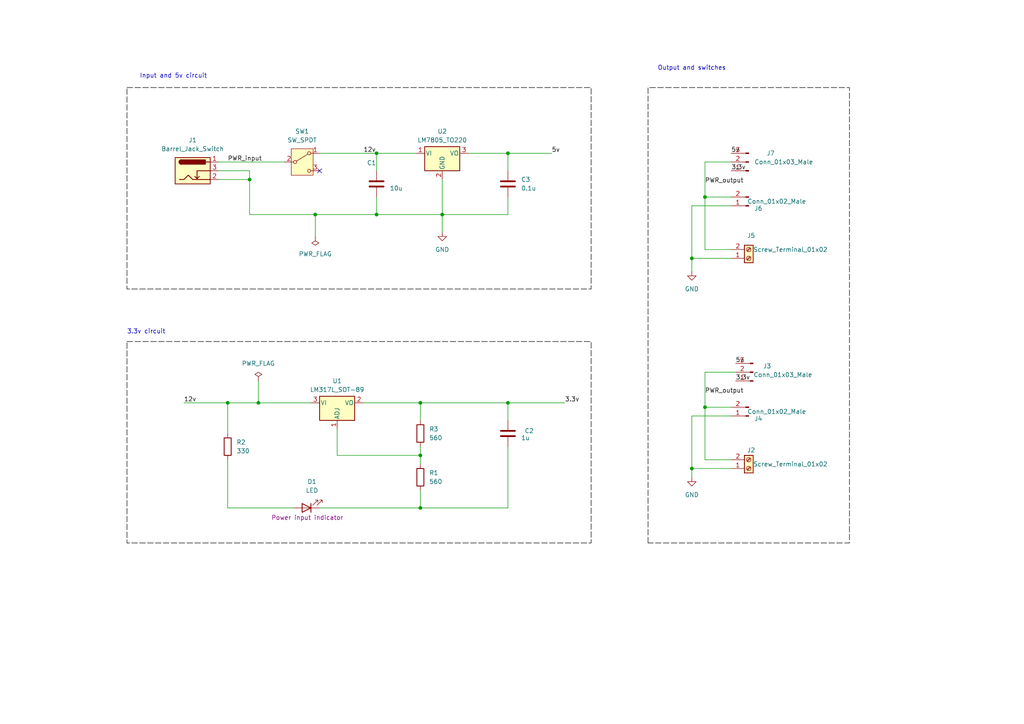
<source format=kicad_sch>
(kicad_sch (version 20250114) (generator "eeschema") (generator_version "9.0")
  (paper "A4")
  (title_block (title "Learning KiCad with a simple project") (date "2025-13-9") (rev "1") (company "Plochoidysis"))
  (lib_symbols
    (symbol "Connector:Barrel_Jack_Switch" (pin_names (hide yes))
      (property "Reference" "J" (at 0 5.334 0))
      (property "Value" "Barrel_Jack_Switch" (at 0 -5.08 0))
      (symbol "Barrel_Jack_Switch_0_1"
        (rectangle (start -5.08 3.81) (end 5.08 -3.81) (stroke (width 0.254)) (fill (type background)))
        (polyline (pts (xy -3.81 -2.54) (xy -2.54 -2.54) (xy -1.27 -1.27) (xy 0 -2.54) (xy 2.54 -2.54) (xy 5.08 -2.54)) (stroke (width 0.254)))
        (arc (start -3.302 1.905) (mid -3.9343 2.54) (end -3.302 3.175) (stroke (width 0.254)))
        (arc (start -3.302 1.905) (mid -3.9343 2.54) (end -3.302 3.175) (stroke (width 0.254)) (fill (type outline)))
        (polyline (pts (xy 1.27 -2.286) (xy 1.905 -1.651)) (stroke (width 0.254)))
        (rectangle (start 3.683 3.175) (end -3.302 1.905) (stroke (width 0.254)) (fill (type outline)))
        (polyline (pts (xy 5.08 2.54) (xy 3.81 2.54)) (stroke (width 0.254)))
        (polyline (pts (xy 5.08 0) (xy 1.27 0) (xy 1.27 -2.286) (xy 0.635 -1.651)) (stroke (width 0.254)))
      )
      (symbol "Barrel_Jack_Switch_1_1"
        (pin passive line (at 7.62 2.54 180) (length 2.54) (name "~") (number "1"))
        (pin passive line (at 7.62 0 180) (length 2.54) (name "~") (number "3"))
        (pin passive line (at 7.62 -2.54 180) (length 2.54) (name "~") (number "2"))
      )
    )
    (symbol "Connector:Conn_01x02_Pin" (pin_names (offset 1.016) (hide yes))
      (property "Reference" "J" (at 0 2.54 0))
      (property "Value" "Conn_01x02_Pin" (at 0 -5.08 0))
      (symbol "Conn_01x02_Pin_1_1"
        (rectangle (start 0.8636 0.127) (end 0 -0.127) (stroke (width 0.1524)) (fill (type outline)))
        (rectangle (start 0.8636 -2.413) (end 0 -2.667) (stroke (width 0.1524)) (fill (type outline)))
        (polyline (pts (xy 1.27 0) (xy 0.8636 0)) (stroke (width 0.1524)))
        (polyline (pts (xy 1.27 -2.54) (xy 0.8636 -2.54)) (stroke (width 0.1524)))
        (pin passive line (at 5.08 0 180) (length 3.81) (name "Pin_1") (number "1"))
        (pin passive line (at 5.08 -2.54 180) (length 3.81) (name "Pin_2") (number "2"))
      )
    )
    (symbol "Connector:Conn_01x03_Pin" (pin_names (offset 1.016) (hide yes))
      (property "Reference" "J" (at 0 5.08 0))
      (property "Value" "Conn_01x03_Pin" (at 0 -5.08 0))
      (symbol "Conn_01x03_Pin_1_1"
        (rectangle (start 0.8636 2.667) (end 0 2.413) (stroke (width 0.1524)) (fill (type outline)))
        (rectangle (start 0.8636 0.127) (end 0 -0.127) (stroke (width 0.1524)) (fill (type outline)))
        (rectangle (start 0.8636 -2.413) (end 0 -2.667) (stroke (width 0.1524)) (fill (type outline)))
        (polyline (pts (xy 1.27 2.54) (xy 0.8636 2.54)) (stroke (width 0.1524)))
        (polyline (pts (xy 1.27 0) (xy 0.8636 0)) (stroke (width 0.1524)))
        (polyline (pts (xy 1.27 -2.54) (xy 0.8636 -2.54)) (stroke (width 0.1524)))
        (pin passive line (at 5.08 2.54 180) (length 3.81) (name "Pin_1") (number "1"))
        (pin passive line (at 5.08 0 180) (length 3.81) (name "Pin_2") (number "2"))
        (pin passive line (at 5.08 -2.54 180) (length 3.81) (name "Pin_3") (number "3"))
      )
    )
    (symbol "Connector:Screw_Terminal_01x02" (pin_names (offset 1.016) (hide yes))
      (property "Reference" "J" (at 0 2.54 0))
      (property "Value" "Screw_Terminal_01x02" (at 0 -5.08 0))
      (symbol "Screw_Terminal_01x02_1_1"
        (rectangle (start -1.27 1.27) (end 1.27 -3.81) (stroke (width 0.254)) (fill (type background)))
        (polyline (pts (xy -0.5334 0.3302) (xy 0.3302 -0.508)) (stroke (width 0.1524)))
        (polyline (pts (xy -0.5334 -2.2098) (xy 0.3302 -3.048)) (stroke (width 0.1524)))
        (polyline (pts (xy -0.3556 0.508) (xy 0.508 -0.3302)) (stroke (width 0.1524)))
        (polyline (pts (xy -0.3556 -2.032) (xy 0.508 -2.8702)) (stroke (width 0.1524)))
        (circle (center 0 0) (radius 0.635) (stroke (width 0.1524)))
        (circle (center 0 -2.54) (radius 0.635) (stroke (width 0.1524)))
        (pin passive line (at -5.08 0 0) (length 3.81) (name "Pin_1") (number "1"))
        (pin passive line (at -5.08 -2.54 0) (length 3.81) (name "Pin_2") (number "2"))
      )
    )
    (symbol "Device:C" (pin_numbers (hide yes)) (pin_names (offset 0.254))
      (property "Reference" "C" (at 0.635 2.54 0))
      (property "Value" "C" (at 0.635 -2.54 0))
      (symbol "C_0_1"
        (polyline (pts (xy -2.032 0.762) (xy 2.032 0.762)) (stroke (width 0.508)))
        (polyline (pts (xy -2.032 -0.762) (xy 2.032 -0.762)) (stroke (width 0.508)))
      )
      (symbol "C_1_1"
        (pin passive line (at 0 3.81 270) (length 2.794) (name "~") (number "1"))
        (pin passive line (at 0 -3.81 90) (length 2.794) (name "~") (number "2"))
      )
    )
    (symbol "Device:LED" (pin_numbers (hide yes)) (pin_names (offset 1.016) (hide yes))
      (property "Reference" "D" (at 0 2.54 0))
      (property "Value" "LED" (at 0 -2.54 0))
      (symbol "LED_0_1"
        (polyline (pts (xy -3.048 -0.762) (xy -4.572 -2.286) (xy -3.81 -2.286) (xy -4.572 -2.286) (xy -4.572 -1.524)))
        (polyline (pts (xy -1.778 -0.762) (xy -3.302 -2.286) (xy -2.54 -2.286) (xy -3.302 -2.286) (xy -3.302 -1.524)))
        (polyline (pts (xy -1.27 0) (xy 1.27 0)))
        (polyline (pts (xy -1.27 -1.27) (xy -1.27 1.27)) (stroke (width 0.254)))
        (polyline (pts (xy 1.27 -1.27) (xy 1.27 1.27) (xy -1.27 0) (xy 1.27 -1.27)) (stroke (width 0.254)))
      )
      (symbol "LED_1_1"
        (pin passive line (at -3.81 0 0) (length 2.54) (name "K") (number "1"))
        (pin passive line (at 3.81 0 180) (length 2.54) (name "A") (number "2"))
      )
    )
    (symbol "Device:R" (pin_numbers (hide yes)) (pin_names (offset 0))
      (property "Reference" "R" (at 2.032 0 90))
      (property "Value" "R" (at 0 0 90))
      (symbol "R_0_1"
        (rectangle (start -1.016 -2.54) (end 1.016 2.54) (stroke (width 0.254)))
      )
      (symbol "R_1_1"
        (pin passive line (at 0 3.81 270) (length 1.27) (name "~") (number "1"))
        (pin passive line (at 0 -3.81 90) (length 1.27) (name "~") (number "2"))
      )
    )
    (symbol "Regulator_Linear:LM317L_SOT-89" (pin_names (offset 0.254))
      (property "Reference" "U" (at -3.81 3.175 0))
      (property "Value" "LM317L_SOT-89" (at 0 3.175 0))
      (symbol "LM317L_SOT-89_0_1"
        (rectangle (start -5.08 1.905) (end 5.08 -5.08) (stroke (width 0.254)) (fill (type background)))
      )
      (symbol "LM317L_SOT-89_1_1"
        (pin power_in line (at -7.62 0 0) (length 2.54) (name "VI") (number "3"))
        (pin input line (at 0 -7.62 90) (length 2.54) (name "ADJ") (number "1"))
        (pin power_out line (at 7.62 0 180) (length 2.54) (name "VO") (number "2"))
      )
    )
    (symbol "Regulator_Linear:LM7805_TO220" (pin_names (offset 0.254))
      (property "Reference" "U" (at -3.81 3.175 0))
      (property "Value" "LM7805_TO220" (at 0 3.175 0))
      (symbol "LM7805_TO220_0_1"
        (rectangle (start -5.08 1.905) (end 5.08 -5.08) (stroke (width 0.254)) (fill (type background)))
      )
      (symbol "LM7805_TO220_1_1"
        (pin power_in line (at -7.62 0 0) (length 2.54) (name "VI") (number "1"))
        (pin power_in line (at 0 -7.62 90) (length 2.54) (name "GND") (number "2"))
        (pin power_out line (at 7.62 0 180) (length 2.54) (name "VO") (number "3"))
      )
    )
    (symbol "Switch:SW_SPDT" (pin_names (offset 0) (hide yes))
      (property "Reference" "SW" (at 0 5.08 0))
      (property "Value" "SW_SPDT" (at 0 -5.08 0))
      (symbol "SW_SPDT_0_1"
        (circle (center -2.032 0) (radius 0.4572))
        (polyline (pts (xy -1.651 0.254) (xy 1.651 2.286)))
        (circle (center 2.032 2.54) (radius 0.4572))
        (circle (center 2.032 -2.54) (radius 0.4572))
      )
      (symbol "SW_SPDT_1_1"
        (rectangle (start -3.175 3.81) (end 3.175 -3.81) (fill (type background)))
        (pin passive line (at -5.08 0 0) (length 2.54) (name "B") (number "2"))
        (pin passive line (at 5.08 2.54 180) (length 2.54) (name "A") (number "1"))
        (pin passive line (at 5.08 -2.54 180) (length 2.54) (name "C") (number "3"))
      )
    )
    (symbol "power:GND" (power) (pin_numbers (hide yes)) (pin_names (offset 0) (hide yes))
      (property "Value" "GND" (at 0 -3.81 0))
      (symbol "GND_0_1"
        (polyline (pts (xy 0 0) (xy 0 -1.27) (xy 1.27 -1.27) (xy 0 -2.54) (xy -1.27 -1.27) (xy 0 -1.27)))
      )
      (symbol "GND_1_1"
        (pin power_in line (at 0 0 270) (length 0) (name "~") (number "1"))
      )
    )
    (symbol "power:PWR_FLAG" (power) (pin_numbers (hide yes)) (pin_names (offset 0) (hide yes))
      (property "Value" "PWR_FLAG" (at 0 3.81 0))
      (symbol "PWR_FLAG_0_0"
        (pin power_out line (at 0 0 90) (length 0) (name "~") (number "1"))
      )
      (symbol "PWR_FLAG_0_1"
        (polyline (pts (xy 0 0) (xy 0 1.27) (xy -1.016 1.905) (xy 0 2.54) (xy 1.016 1.905) (xy 0 1.27)))
      )
    )
  )
  (text "Output and switches" (at 200.66 19.812 0) (effects (font (size 1.27 1.27))))
  (text "3.3v circuit" (at 42.418 96.266 0) (effects (font (size 1.27 1.27))))
  (text "Input and 5v circuit" (at 50.292 22.098 0) (effects (font (size 1.27 1.27))))
  (junction (at 91.44 62.23))
  (junction (at 128.27 62.23))
  (junction (at 121.92 116.84))
  (junction (at 200.66 135.89))
  (junction (at 109.22 62.23))
  (junction (at 66.04 116.84))
  (junction (at 121.92 132.08))
  (junction (at 74.93 116.84))
  (junction (at 121.92 147.32))
  (junction (at 109.22 44.45))
  (junction (at 200.66 74.93))
  (junction (at 72.39 52.07))
  (junction (at 204.47 57.15))
  (junction (at 147.32 116.84))
  (junction (at 204.47 118.11))
  (junction (at 147.32 44.45))
  (no_connect (at 92.71 49.53))
  (wire (pts (xy 204.47 107.95) (xy 213.36 107.95)))
  (wire (pts (xy 109.22 44.45) (xy 109.22 49.53)))
  (wire (pts (xy 204.47 118.11) (xy 204.47 133.35)))
  (wire (pts (xy 66.04 147.32) (xy 85.09 147.32)))
  (wire (pts (xy 109.22 62.23) (xy 109.22 57.15)))
  (wire (pts (xy 200.66 135.89) (xy 200.66 138.43)))
  (wire (pts (xy 66.04 116.84) (xy 74.93 116.84)))
  (wire (pts (xy 147.32 62.23) (xy 147.32 57.15)))
  (wire (pts (xy 200.66 120.65) (xy 200.66 135.89)))
  (wire (pts (xy 72.39 52.07) (xy 72.39 62.23)))
  (wire (pts (xy 92.71 44.45) (xy 109.22 44.45)))
  (wire (pts (xy 97.79 132.08) (xy 121.92 132.08)))
  (wire (pts (xy 121.92 129.54) (xy 121.92 132.08)))
  (wire (pts (xy 121.92 116.84) (xy 147.32 116.84)))
  (wire (pts (xy 63.5 46.99) (xy 82.55 46.99)))
  (wire (pts (xy 121.92 147.32) (xy 147.32 147.32)))
  (wire (pts (xy 92.71 147.32) (xy 121.92 147.32)))
  (wire (pts (xy 200.66 74.93) (xy 212.09 74.93)))
  (wire (pts (xy 63.5 49.53) (xy 72.39 49.53)))
  (wire (pts (xy 200.66 135.89) (xy 212.09 135.89)))
  (wire (pts (xy 204.47 72.39) (xy 212.09 72.39)))
  (wire (pts (xy 74.93 110.49) (xy 74.93 116.84)))
  (wire (pts (xy 204.47 118.11) (xy 212.09 118.11)))
  (wire (pts (xy 204.47 57.15) (xy 212.09 57.15)))
  (wire (pts (xy 147.32 44.45) (xy 147.32 49.53)))
  (wire (pts (xy 121.92 132.08) (xy 121.92 134.62)))
  (wire (pts (xy 204.47 107.95) (xy 204.47 118.11)))
  (wire (pts (xy 121.92 116.84) (xy 121.92 121.92)))
  (wire (pts (xy 74.93 116.84) (xy 90.17 116.84)))
  (wire (pts (xy 147.32 147.32) (xy 147.32 129.54)))
  (wire (pts (xy 66.04 116.84) (xy 66.04 125.73)))
  (wire (pts (xy 147.32 116.84) (xy 147.32 121.92)))
  (wire (pts (xy 97.79 124.46) (xy 97.79 132.08)))
  (wire (pts (xy 91.44 62.23) (xy 91.44 68.58)))
  (wire (pts (xy 53.34 116.84) (xy 66.04 116.84)))
  (wire (pts (xy 121.92 142.24) (xy 121.92 147.32)))
  (wire (pts (xy 66.04 133.35) (xy 66.04 147.32)))
  (wire (pts (xy 72.39 62.23) (xy 91.44 62.23)))
  (wire (pts (xy 212.09 120.65) (xy 200.66 120.65)))
  (wire (pts (xy 200.66 59.69) (xy 200.66 74.93)))
  (wire (pts (xy 212.09 59.69) (xy 200.66 59.69)))
  (wire (pts (xy 204.47 57.15) (xy 204.47 72.39)))
  (wire (pts (xy 72.39 49.53) (xy 72.39 52.07)))
  (wire (pts (xy 105.41 116.84) (xy 121.92 116.84)))
  (wire (pts (xy 204.47 133.35) (xy 212.09 133.35)))
  (wire (pts (xy 128.27 52.07) (xy 128.27 62.23)))
  (wire (pts (xy 109.22 44.45) (xy 120.65 44.45)))
  (wire (pts (xy 204.47 46.99) (xy 204.47 57.15)))
  (wire (pts (xy 212.09 46.99) (xy 204.47 46.99)))
  (wire (pts (xy 200.66 74.93) (xy 200.66 78.74)))
  (wire (pts (xy 91.44 62.23) (xy 109.22 62.23)))
  (wire (pts (xy 147.32 116.84) (xy 163.83 116.84)))
  (wire (pts (xy 109.22 62.23) (xy 128.27 62.23)))
  (wire (pts (xy 128.27 62.23) (xy 128.27 67.31)))
  (wire (pts (xy 135.89 44.45) (xy 147.32 44.45)))
  (wire (pts (xy 147.32 44.45) (xy 160.02 44.45)))
  (wire (pts (xy 63.5 52.07) (xy 72.39 52.07)))
  (wire (pts (xy 128.27 62.23) (xy 147.32 62.23)))
  (label "PWR_output" (at 204.47 114.3 0))
  (label "PWR_output" (at 204.47 53.34 0))
  (label "12v" (at 105.41 44.45 0))
  (label "5v" (at 212.09 44.45 0))
  (label "PWR_input" (at 66.04 46.99 0))
  (label "3.3v" (at 213.36 110.49 0))
  (label "3.3v" (at 163.83 116.84 0))
  (label "5v" (at 160.02 44.45 0))
  (label "3.3v" (at 212.09 49.53 0))
  (label "12v" (at 53.34 116.84 0))
  (label "5v" (at 213.36 105.41 0))
  (rule_area (polyline (pts (xy 36.83 25.4) (xy 171.45 25.4) (xy 171.45 83.82) (xy 36.83 83.82)) (stroke (width 0) (type dash) (color 0 0 0 1))))
  (rule_area (polyline (pts (xy 187.96 157.48) (xy 187.96 25.4) (xy 246.38 25.4) (xy 246.38 157.48)) (stroke (width 0) (type dash) (color 0 0 0 1))))
  (rule_area (polyline (pts (xy 36.83 99.06) (xy 171.45 99.06) (xy 171.45 157.48) (xy 36.83 157.48)) (stroke (width 0) (type dash) (color 0 0 0 1))))
  (symbol (lib_id "Device:R") (at 121.92 138.43 180) (unit 1)
    (property "Reference" "R1" (at 124.46 137.1599 0) (effects (justify right)))
    (property "Value" "560" (at 124.46 139.6999 0) (effects (justify right)))
    (property "Footprint" "Resistor_THT:R_Axial_DIN0204_L3.6mm_D1.6mm_P7.62mm_Horizontal" (effects (hide yes)))
    (property "Description" "Resistor" (effects (hide yes)))
  )
  (symbol (lib_id "Switch:SW_SPDT") (at 87.63 46.99 0) (unit 1)
    (property "Reference" "SW1" (at 87.63 38.1 0))
    (property "Value" "SW_SPDT" (at 87.63 40.64 0))
    (property "Footprint" "Button_Switch_THT:SW_Slide-03_Wuerth-WS-SLTV_10x2.5x6.4_P2.54mm" (effects (hide yes)))
    (property "Description" "Switch, single pole double throw" (effects (hide yes)))
  )
  (symbol (lib_id "power:GND") (at 200.66 78.74 0) (unit 1)
    (property "Reference" "#PWR03" (effects (hide yes)))
    (property "Value" "GND" (at 200.66 83.82 0))
    (property "Description" "Power symbol creates a global label with name \"GND\" , ground" (effects (hide yes)))
  )
  (symbol (lib_id "Connector:Screw_Terminal_01x02") (at 217.17 74.93 0) (mirror x) (unit 1)
    (property "Reference" "J5" (at 216.662 68.326 0) (effects (justify left)))
    (property "Value" "Screw_Terminal_01x02" (at 218.44 72.3901 0) (effects (justify left)))
    (property "Footprint" "TerminalBlock:TerminalBlock_bornier-2_P5.08mm" (effects (hide yes)))
    (property "Description" "Generic screw terminal, single row, 01x02, script generated (kicad-library-utils/schlib/autogen/connector/)" (effects (hide yes)))
  )
  (symbol (lib_id "Connector:Screw_Terminal_01x02") (at 217.17 135.89 0) (mirror x) (unit 1)
    (property "Reference" "J2" (at 216.662 130.556 0) (effects (justify left)))
    (property "Value" "Screw_Terminal_01x02" (at 218.44 134.6201 0) (effects (justify left)))
    (property "Footprint" "TerminalBlock:TerminalBlock_bornier-2_P5.08mm" (effects (hide yes)))
    (property "Description" "Generic screw terminal, single row, 01x02, script generated (kicad-library-utils/schlib/autogen/connector/)" (effects (hide yes)))
  )
  (symbol (lib_id "Device:C") (at 147.32 53.34 0) (unit 1)
    (property "Reference" "C3" (at 151.13 52.0699 0) (effects (justify left)))
    (property "Value" "0.1u" (at 151.13 54.6099 0) (effects (justify left)))
    (property "Footprint" "Capacitor_THT:C_Disc_D3.0mm_W1.6mm_P2.50mm" (effects (hide yes)))
    (property "Description" "Unpolarized capacitor" (effects (hide yes)))
  )
  (symbol (lib_id "Device:LED") (at 88.9 147.32 180) (unit 1)
    (property "Reference" "D1" (at 90.4875 139.7 0))
    (property "Value" "LED" (at 90.4875 142.24 0))
    (property "Footprint" "LED_THT:LED_D5.0mm" (effects (hide yes)))
    (property "Description" "Light emitting diode" (effects (hide yes)))
    (property "Sim.Pins" "1=K 2=A" (effects (hide yes)))
    (property "Purpose" "Power input indicator" (at 89.154 150.114 0))
  )
  (symbol (lib_id "Connector:Barrel_Jack_Switch") (at 55.88 49.53 0) (unit 1)
    (property "Reference" "J1" (at 55.88 40.64 0))
    (property "Value" "Barrel_Jack_Switch" (at 55.88 43.18 0))
    (property "Footprint" "Connector_BarrelJack:BarrelJack_Horizontal" (effects (hide yes)))
    (property "Description" "DC Barrel Jack with an internal switch" (effects (hide yes)))
  )
  (symbol (lib_id "Connector:Conn_01x02_Pin") (at 217.17 120.65 180) (unit 1)
    (property "Reference" "J4" (at 219.964 121.412 0))
    (property "Value" "Conn_01x02_Male" (at 225.298 119.38 0))
    (property "Footprint" "Connector_PinHeader_2.54mm:PinHeader_1x02_P2.54mm_Vertical" (effects (hide yes)))
    (property "Description" "Generic connector, single row, 01x02, script generated" (effects (hide yes)))
  )
  (symbol (lib_id "Device:C") (at 109.22 53.34 0) (unit 1)
    (property "Reference" "C1" (at 106.426 47.244 0) (effects (justify left)))
    (property "Value" "10u" (at 113.03 54.6099 0) (effects (justify left)))
    (property "Footprint" "Capacitor_THT:C_Disc_D3.0mm_W1.6mm_P2.50mm" (effects (hide yes)))
    (property "Description" "Unpolarized capacitor" (effects (hide yes)))
  )
  (symbol (lib_id "power:GND") (at 200.66 138.43 0) (unit 1)
    (property "Reference" "#PWR02" (effects (hide yes)))
    (property "Value" "GND" (at 200.66 143.51 0))
    (property "Description" "Power symbol creates a global label with name \"GND\" , ground" (effects (hide yes)))
  )
  (symbol (lib_id "power:GND") (at 128.27 67.31 0) (unit 1)
    (property "Reference" "#PWR01" (effects (hide yes)))
    (property "Value" "GND" (at 128.27 72.39 0))
    (property "Description" "Power symbol creates a global label with name \"GND\" , ground" (effects (hide yes)))
  )
  (symbol (lib_id "power:PWR_FLAG") (at 91.44 68.58 180) (unit 1)
    (property "Reference" "#FLG01" (effects (hide yes)))
    (property "Value" "PWR_FLAG" (at 91.44 73.66 0))
    (property "Description" "Special symbol for telling ERC where power comes from" (effects (hide yes)))
  )
  (symbol (lib_id "power:PWR_FLAG") (at 74.93 110.49 0) (unit 1)
    (property "Reference" "#FLG02" (effects (hide yes)))
    (property "Value" "PWR_FLAG" (at 74.93 105.41 0))
    (property "Description" "Special symbol for telling ERC where power comes from" (effects (hide yes)))
  )
  (symbol (lib_id "Connector:Conn_01x03_Pin") (at 218.44 107.95 180) (unit 1)
    (property "Reference" "J3" (at 222.504 106.172 0))
    (property "Value" "Conn_01x03_Male" (at 227.076 108.712 0))
    (property "Footprint" "Connector_PinHeader_2.54mm:PinHeader_1x03_P2.54mm_Vertical" (effects (hide yes)))
    (property "Description" "Generic connector, single row, 01x03, script generated" (effects (hide yes)))
  )
  (symbol (lib_id "Device:R") (at 121.92 125.73 180) (unit 1)
    (property "Reference" "R3" (at 124.46 124.4599 0) (effects (justify right)))
    (property "Value" "560" (at 124.46 126.9999 0) (effects (justify right)))
    (property "Footprint" "Resistor_THT:R_Axial_DIN0204_L3.6mm_D1.6mm_P7.62mm_Horizontal" (effects (hide yes)))
    (property "Description" "Resistor" (effects (hide yes)))
  )
  (symbol (lib_id "Connector:Conn_01x02_Pin") (at 217.17 59.69 180) (unit 1)
    (property "Reference" "J6" (at 219.964 60.452 0))
    (property "Value" "Conn_01x02_Male" (at 225.298 58.42 0))
    (property "Footprint" "Connector_PinHeader_2.54mm:PinHeader_1x02_P2.54mm_Vertical" (effects (hide yes)))
    (property "Description" "Generic connector, single row, 01x02, script generated" (effects (hide yes)))
  )
  (symbol (lib_id "Regulator_Linear:LM317L_SOT-89") (at 97.79 116.84 0) (unit 1)
    (property "Reference" "U1" (at 97.79 110.49 0))
    (property "Value" "LM317L_SOT-89" (at 97.79 113.03 0))
    (property "Footprint" "Package_TO_SOT_SMD:SOT-89-3" (effects (hide yes)))
    (property "Datasheet" "http://www.ti.com/lit/ds/symlink/lm317l.pdf" (effects (hide yes)))
    (property "Description" "100mA 35V Adjustable Linear Regulator, SOT-89" (effects (hide yes)))
  )
  (symbol (lib_id "Connector:Conn_01x03_Pin") (at 217.17 46.99 180) (unit 1)
    (property "Reference" "J7" (at 223.52 44.45 0))
    (property "Value" "Conn_01x03_Male" (at 227.33 46.99 0))
    (property "Footprint" "Connector_PinHeader_2.54mm:PinHeader_1x03_P2.54mm_Vertical" (effects (hide yes)))
    (property "Description" "Generic connector, single row, 01x03, script generated" (effects (hide yes)))
  )
  (symbol (lib_id "Device:R") (at 66.04 129.54 180) (unit 1)
    (property "Reference" "R2" (at 68.58 128.2699 0) (effects (justify right)))
    (property "Value" "330" (at 68.58 130.8099 0) (effects (justify right)))
    (property "Footprint" "Resistor_THT:R_Axial_DIN0204_L3.6mm_D1.6mm_P7.62mm_Horizontal" (effects (hide yes)))
    (property "Description" "Resistor" (effects (hide yes)))
  )
  (symbol (lib_id "Device:C") (at 147.32 125.73 0) (unit 1)
    (property "Reference" "C2" (at 152.146 124.968 0) (effects (justify left)))
    (property "Value" "1u" (at 151.13 126.9999 0) (effects (justify left)))
    (property "Footprint" "Capacitor_THT:C_Disc_D3.0mm_W1.6mm_P2.50mm" (effects (hide yes)))
    (property "Description" "Unpolarized capacitor" (effects (hide yes)))
  )
  (symbol (lib_id "Regulator_Linear:LM7805_TO220") (at 128.27 44.45 0) (unit 1)
    (property "Reference" "U2" (at 128.27 38.1 0))
    (property "Value" "LM7805_TO220" (at 128.27 40.64 0))
    (property "Footprint" "Package_TO_SOT_THT:TO-220-3_Vertical" (effects (hide yes)))
    (property "Datasheet" "https://www.onsemi.cn/PowerSolutions/document/MC7800-D.PDF" (effects (hide yes)))
    (property "Description" "Positive 1A 35V Linear Regulator, Fixed Output 5V, TO-220" (effects (hide yes)))
  )
)
</source>
